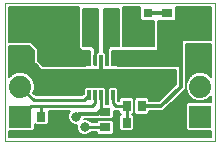
<source format=gtl>
G75*
%MOIN*%
%OFA0B0*%
%FSLAX25Y25*%
%IPPOS*%
%LPD*%
%AMOC8*
5,1,8,0,0,1.08239X$1,22.5*
%
%ADD10C,0.00000*%
%ADD11R,0.03937X0.04331*%
%ADD12R,0.07400X0.07400*%
%ADD13C,0.07400*%
%ADD14R,0.03150X0.03150*%
%ADD15R,0.02756X0.03543*%
%ADD16R,0.03543X0.02756*%
%ADD17R,0.01181X0.03346*%
%ADD18R,0.09843X0.05906*%
%ADD19R,0.03150X0.10630*%
%ADD20C,0.00600*%
%ADD21C,0.01200*%
%ADD22C,0.01000*%
%ADD23C,0.03200*%
D10*
X0009867Y0004167D02*
X0009867Y0049867D01*
X0079788Y0049867D01*
X0079788Y0004167D01*
X0009867Y0004167D01*
D11*
X0025867Y0024320D03*
X0031867Y0024320D03*
X0031867Y0031013D03*
X0025867Y0031013D03*
X0052867Y0031513D03*
X0058867Y0031513D03*
X0058867Y0024820D03*
X0052867Y0024820D03*
D12*
X0074867Y0012167D03*
X0014867Y0012167D03*
D13*
X0014867Y0022167D03*
X0014867Y0032167D03*
X0014867Y0042167D03*
X0074867Y0042167D03*
X0074867Y0032167D03*
X0074867Y0022167D03*
D14*
X0057367Y0040714D03*
X0057367Y0046619D03*
D15*
X0055426Y0015667D03*
X0050308Y0015667D03*
X0050308Y0010167D03*
X0055426Y0010167D03*
X0026926Y0012167D03*
X0021808Y0012167D03*
D16*
X0043167Y0013726D03*
X0043167Y0008608D03*
X0063867Y0041608D03*
X0063867Y0046726D03*
D17*
X0045804Y0030974D03*
X0043835Y0030974D03*
X0041867Y0030974D03*
X0039898Y0030974D03*
X0037930Y0030974D03*
X0037930Y0019360D03*
X0039898Y0019360D03*
X0041867Y0019360D03*
X0043835Y0019360D03*
X0045804Y0019360D03*
D18*
X0041867Y0025167D03*
D19*
X0046197Y0042167D03*
X0037536Y0042167D03*
D20*
X0035867Y0041873D02*
X0040867Y0041873D01*
X0040867Y0042471D02*
X0035867Y0042471D01*
X0035867Y0043070D02*
X0040867Y0043070D01*
X0040867Y0043668D02*
X0035867Y0043668D01*
X0035867Y0044267D02*
X0040867Y0044267D01*
X0040867Y0044865D02*
X0035867Y0044865D01*
X0035867Y0045464D02*
X0040867Y0045464D01*
X0040867Y0046062D02*
X0035867Y0046062D01*
X0035867Y0046661D02*
X0040867Y0046661D01*
X0040867Y0047259D02*
X0035867Y0047259D01*
X0035867Y0047858D02*
X0040867Y0047858D01*
X0040867Y0048167D02*
X0040867Y0033747D01*
X0040820Y0033747D01*
X0040176Y0033103D01*
X0040176Y0031687D01*
X0040167Y0031678D01*
X0040167Y0029219D01*
X0039667Y0029219D01*
X0039667Y0034747D01*
X0038867Y0035547D01*
X0038867Y0035667D01*
X0035867Y0035667D01*
X0035867Y0048167D01*
X0040867Y0048167D01*
X0042867Y0048167D02*
X0042867Y0033747D01*
X0042913Y0033747D01*
X0043557Y0033103D01*
X0043557Y0031687D01*
X0043567Y0031678D01*
X0043567Y0029219D01*
X0043967Y0029219D01*
X0043967Y0034747D01*
X0044787Y0035567D01*
X0044867Y0035567D01*
X0044867Y0035667D01*
X0047867Y0035667D01*
X0047867Y0048167D01*
X0042867Y0048167D01*
X0042867Y0047858D02*
X0047867Y0047858D01*
X0047867Y0047259D02*
X0042867Y0047259D01*
X0042867Y0046661D02*
X0047867Y0046661D01*
X0047867Y0046062D02*
X0042867Y0046062D01*
X0042867Y0045464D02*
X0047867Y0045464D01*
X0047867Y0044865D02*
X0042867Y0044865D01*
X0042867Y0044267D02*
X0047867Y0044267D01*
X0047867Y0043668D02*
X0042867Y0043668D01*
X0042867Y0043070D02*
X0047867Y0043070D01*
X0047867Y0042471D02*
X0042867Y0042471D01*
X0042867Y0041873D02*
X0047867Y0041873D01*
X0047867Y0041274D02*
X0042867Y0041274D01*
X0042867Y0040676D02*
X0047867Y0040676D01*
X0047867Y0040077D02*
X0042867Y0040077D01*
X0042867Y0039479D02*
X0047867Y0039479D01*
X0047867Y0038880D02*
X0042867Y0038880D01*
X0042867Y0038282D02*
X0047867Y0038282D01*
X0047867Y0037683D02*
X0042867Y0037683D01*
X0042867Y0037085D02*
X0047867Y0037085D01*
X0047867Y0036486D02*
X0042867Y0036486D01*
X0042867Y0035888D02*
X0047867Y0035888D01*
X0049267Y0035888D02*
X0059467Y0035888D01*
X0059467Y0035567D02*
X0049267Y0035567D01*
X0049267Y0036247D01*
X0049267Y0048567D01*
X0054692Y0048567D01*
X0054692Y0044589D01*
X0055336Y0043945D01*
X0059397Y0043945D01*
X0059467Y0044014D01*
X0059467Y0035567D01*
X0059467Y0036486D02*
X0049267Y0036486D01*
X0049267Y0037085D02*
X0059467Y0037085D01*
X0059467Y0037683D02*
X0049267Y0037683D01*
X0049267Y0038282D02*
X0059467Y0038282D01*
X0059467Y0038880D02*
X0049267Y0038880D01*
X0049267Y0039479D02*
X0059467Y0039479D01*
X0059467Y0040077D02*
X0049267Y0040077D01*
X0049267Y0040676D02*
X0059467Y0040676D01*
X0059467Y0041274D02*
X0049267Y0041274D01*
X0049267Y0041873D02*
X0059467Y0041873D01*
X0059467Y0042471D02*
X0049267Y0042471D01*
X0049267Y0043070D02*
X0059467Y0043070D01*
X0059467Y0043668D02*
X0049267Y0043668D01*
X0049267Y0044267D02*
X0055014Y0044267D01*
X0054692Y0044865D02*
X0049267Y0044865D01*
X0049267Y0045464D02*
X0054692Y0045464D01*
X0054692Y0046062D02*
X0049267Y0046062D01*
X0049267Y0046661D02*
X0054692Y0046661D01*
X0054692Y0047259D02*
X0049267Y0047259D01*
X0049267Y0047858D02*
X0054692Y0047858D01*
X0054692Y0048456D02*
X0049267Y0048456D01*
X0040867Y0041274D02*
X0035867Y0041274D01*
X0035867Y0040676D02*
X0040867Y0040676D01*
X0040867Y0040077D02*
X0035867Y0040077D01*
X0035867Y0039479D02*
X0040867Y0039479D01*
X0040867Y0038880D02*
X0035867Y0038880D01*
X0035867Y0038282D02*
X0040867Y0038282D01*
X0040867Y0037683D02*
X0035867Y0037683D01*
X0035867Y0037085D02*
X0040867Y0037085D01*
X0040867Y0036486D02*
X0035867Y0036486D01*
X0035867Y0035888D02*
X0040867Y0035888D01*
X0040867Y0035289D02*
X0039124Y0035289D01*
X0039667Y0034691D02*
X0040867Y0034691D01*
X0040867Y0034092D02*
X0039667Y0034092D01*
X0039667Y0033494D02*
X0040567Y0033494D01*
X0040176Y0032895D02*
X0039667Y0032895D01*
X0039667Y0032297D02*
X0040176Y0032297D01*
X0040176Y0031698D02*
X0039667Y0031698D01*
X0039667Y0031100D02*
X0040167Y0031100D01*
X0040167Y0030501D02*
X0039667Y0030501D01*
X0039667Y0029903D02*
X0040167Y0029903D01*
X0040167Y0029304D02*
X0039667Y0029304D01*
X0038208Y0029304D02*
X0022229Y0029304D01*
X0022367Y0029167D02*
X0036437Y0029167D01*
X0036490Y0029219D01*
X0038208Y0029219D01*
X0038208Y0033103D01*
X0038267Y0033162D01*
X0038267Y0034167D01*
X0035367Y0034167D01*
X0034367Y0035167D01*
X0034367Y0048567D01*
X0011167Y0048567D01*
X0011167Y0037167D01*
X0018367Y0037167D01*
X0020867Y0034667D01*
X0020867Y0030667D01*
X0022367Y0029167D01*
X0021631Y0029903D02*
X0038208Y0029903D01*
X0038208Y0030501D02*
X0021032Y0030501D01*
X0020867Y0031100D02*
X0038208Y0031100D01*
X0038208Y0031698D02*
X0020867Y0031698D01*
X0020867Y0032297D02*
X0038208Y0032297D01*
X0038208Y0032895D02*
X0020867Y0032895D01*
X0020867Y0033494D02*
X0038267Y0033494D01*
X0038267Y0034092D02*
X0020867Y0034092D01*
X0020843Y0034691D02*
X0034843Y0034691D01*
X0034367Y0035289D02*
X0020244Y0035289D01*
X0019646Y0035888D02*
X0034367Y0035888D01*
X0034367Y0036486D02*
X0019047Y0036486D01*
X0018449Y0037085D02*
X0034367Y0037085D01*
X0034367Y0037683D02*
X0011167Y0037683D01*
X0011167Y0038282D02*
X0034367Y0038282D01*
X0034367Y0038880D02*
X0011167Y0038880D01*
X0011167Y0039479D02*
X0034367Y0039479D01*
X0034367Y0040077D02*
X0011167Y0040077D01*
X0011167Y0040676D02*
X0034367Y0040676D01*
X0034367Y0041274D02*
X0011167Y0041274D01*
X0011167Y0041873D02*
X0034367Y0041873D01*
X0034367Y0042471D02*
X0011167Y0042471D01*
X0011167Y0043070D02*
X0034367Y0043070D01*
X0034367Y0043668D02*
X0011167Y0043668D01*
X0011167Y0044267D02*
X0034367Y0044267D01*
X0034367Y0044865D02*
X0011167Y0044865D01*
X0011167Y0045464D02*
X0034367Y0045464D01*
X0034367Y0046062D02*
X0011167Y0046062D01*
X0011167Y0046661D02*
X0034367Y0046661D01*
X0034367Y0047259D02*
X0011167Y0047259D01*
X0011167Y0047858D02*
X0034367Y0047858D01*
X0034367Y0048456D02*
X0011167Y0048456D01*
X0011167Y0035767D02*
X0017787Y0035767D01*
X0019467Y0034087D01*
X0019467Y0030087D01*
X0020287Y0029267D01*
X0021787Y0027767D01*
X0023424Y0027767D01*
X0023443Y0027748D01*
X0028291Y0027748D01*
X0028310Y0027767D01*
X0029424Y0027767D01*
X0029443Y0027748D01*
X0034291Y0027748D01*
X0034310Y0027767D01*
X0041447Y0027767D01*
X0041867Y0028187D01*
X0042287Y0027767D01*
X0066667Y0027767D01*
X0066667Y0022871D01*
X0061162Y0017367D01*
X0057904Y0017367D01*
X0057904Y0017894D01*
X0057259Y0018538D01*
X0053592Y0018538D01*
X0052948Y0017894D01*
X0052948Y0013439D01*
X0053592Y0012795D01*
X0057259Y0012795D01*
X0057904Y0013439D01*
X0057904Y0013967D01*
X0062571Y0013967D01*
X0069071Y0020467D01*
X0070067Y0021462D01*
X0070067Y0036267D01*
X0078488Y0036267D01*
X0078488Y0025334D01*
X0077586Y0026236D01*
X0075821Y0026967D01*
X0073912Y0026967D01*
X0072148Y0026236D01*
X0070797Y0024886D01*
X0070067Y0023121D01*
X0070067Y0021212D01*
X0070797Y0019448D01*
X0072148Y0018097D01*
X0073912Y0017367D01*
X0075821Y0017367D01*
X0077586Y0018097D01*
X0078488Y0019000D01*
X0078488Y0016967D01*
X0070711Y0016967D01*
X0070067Y0016322D01*
X0070067Y0008011D01*
X0070711Y0007367D01*
X0078488Y0007367D01*
X0078488Y0005467D01*
X0011167Y0005467D01*
X0011167Y0007367D01*
X0019022Y0007367D01*
X0019667Y0008011D01*
X0019667Y0009602D01*
X0019974Y0009295D01*
X0023641Y0009295D01*
X0024286Y0009939D01*
X0024286Y0014067D01*
X0031448Y0014067D01*
X0031078Y0013696D01*
X0030667Y0012704D01*
X0030667Y0011630D01*
X0031078Y0010637D01*
X0031837Y0009878D01*
X0032830Y0009467D01*
X0033776Y0009467D01*
X0033667Y0009204D01*
X0033667Y0008130D01*
X0034078Y0007137D01*
X0034837Y0006378D01*
X0035830Y0005967D01*
X0036904Y0005967D01*
X0037896Y0006378D01*
X0038523Y0007004D01*
X0039042Y0006989D01*
X0039062Y0007008D01*
X0040295Y0007008D01*
X0040295Y0006774D01*
X0040939Y0006130D01*
X0045394Y0006130D01*
X0046038Y0006774D01*
X0046038Y0010441D01*
X0045394Y0011086D01*
X0040939Y0011086D01*
X0040295Y0010441D01*
X0040295Y0010208D01*
X0038644Y0010208D01*
X0037896Y0010956D01*
X0036904Y0011367D01*
X0035958Y0011367D01*
X0035999Y0011467D01*
X0040720Y0011467D01*
X0040939Y0011248D01*
X0045394Y0011248D01*
X0046038Y0011892D01*
X0046038Y0014167D01*
X0047830Y0014167D01*
X0047830Y0013439D01*
X0048352Y0012917D01*
X0047830Y0012394D01*
X0047830Y0007939D01*
X0048474Y0007295D01*
X0052141Y0007295D01*
X0052786Y0007939D01*
X0052786Y0012394D01*
X0052263Y0012917D01*
X0052786Y0013439D01*
X0052786Y0017894D01*
X0052141Y0018538D01*
X0048474Y0018538D01*
X0047830Y0017894D01*
X0047830Y0017367D01*
X0047494Y0017367D01*
X0047494Y0021488D01*
X0046850Y0022133D01*
X0044757Y0022133D01*
X0044113Y0021488D01*
X0044113Y0017231D01*
X0044204Y0017140D01*
X0044204Y0016204D01*
X0043467Y0016204D01*
X0043467Y0017140D01*
X0043557Y0017231D01*
X0043557Y0021488D01*
X0042913Y0022133D01*
X0036883Y0022133D01*
X0036239Y0021488D01*
X0036239Y0019932D01*
X0035574Y0019267D01*
X0020029Y0019267D01*
X0019203Y0020093D01*
X0019667Y0021212D01*
X0019667Y0023121D01*
X0018936Y0024886D01*
X0017586Y0026236D01*
X0015821Y0026967D01*
X0013912Y0026967D01*
X0012148Y0026236D01*
X0011167Y0025255D01*
X0011167Y0035767D01*
X0011167Y0035289D02*
X0018264Y0035289D01*
X0018863Y0034691D02*
X0011167Y0034691D01*
X0011167Y0034092D02*
X0019461Y0034092D01*
X0019467Y0033494D02*
X0011167Y0033494D01*
X0011167Y0032895D02*
X0019467Y0032895D01*
X0019467Y0032297D02*
X0011167Y0032297D01*
X0011167Y0031698D02*
X0019467Y0031698D01*
X0019467Y0031100D02*
X0011167Y0031100D01*
X0011167Y0030501D02*
X0019467Y0030501D01*
X0019651Y0029903D02*
X0011167Y0029903D01*
X0011167Y0029304D02*
X0020249Y0029304D01*
X0020848Y0028706D02*
X0011167Y0028706D01*
X0011167Y0028107D02*
X0021446Y0028107D01*
X0018108Y0025713D02*
X0066667Y0025713D01*
X0066667Y0025115D02*
X0018707Y0025115D01*
X0019089Y0024516D02*
X0066667Y0024516D01*
X0066667Y0023918D02*
X0019337Y0023918D01*
X0019585Y0023319D02*
X0066667Y0023319D01*
X0066516Y0022721D02*
X0019667Y0022721D01*
X0019667Y0022122D02*
X0036873Y0022122D01*
X0036274Y0021523D02*
X0019667Y0021523D01*
X0019548Y0020925D02*
X0036239Y0020925D01*
X0036239Y0020326D02*
X0019300Y0020326D01*
X0019568Y0019728D02*
X0036035Y0019728D01*
X0042924Y0022122D02*
X0044747Y0022122D01*
X0044148Y0021523D02*
X0043522Y0021523D01*
X0043557Y0020925D02*
X0044113Y0020925D01*
X0044113Y0020326D02*
X0043557Y0020326D01*
X0043557Y0019728D02*
X0044113Y0019728D01*
X0044113Y0019129D02*
X0043557Y0019129D01*
X0043557Y0018531D02*
X0044113Y0018531D01*
X0044113Y0017932D02*
X0043557Y0017932D01*
X0043557Y0017334D02*
X0044113Y0017334D01*
X0044204Y0016735D02*
X0043467Y0016735D01*
X0047494Y0017932D02*
X0047868Y0017932D01*
X0047494Y0018531D02*
X0048467Y0018531D01*
X0047494Y0019129D02*
X0062925Y0019129D01*
X0062327Y0018531D02*
X0057267Y0018531D01*
X0057865Y0017932D02*
X0061728Y0017932D01*
X0064741Y0016137D02*
X0070067Y0016137D01*
X0070067Y0015538D02*
X0064143Y0015538D01*
X0063544Y0014940D02*
X0070067Y0014940D01*
X0070067Y0014341D02*
X0062946Y0014341D01*
X0065340Y0016735D02*
X0070480Y0016735D01*
X0072546Y0017932D02*
X0066537Y0017932D01*
X0065938Y0017334D02*
X0078488Y0017334D01*
X0078488Y0017932D02*
X0077187Y0017932D01*
X0078019Y0018531D02*
X0078488Y0018531D01*
X0071714Y0018531D02*
X0067135Y0018531D01*
X0067734Y0019129D02*
X0071116Y0019129D01*
X0070681Y0019728D02*
X0068332Y0019728D01*
X0068931Y0020326D02*
X0070433Y0020326D01*
X0070185Y0020925D02*
X0069529Y0020925D01*
X0070067Y0021523D02*
X0070067Y0021523D01*
X0070067Y0022122D02*
X0070067Y0022122D01*
X0070067Y0022721D02*
X0070067Y0022721D01*
X0070067Y0023319D02*
X0070149Y0023319D01*
X0070067Y0023918D02*
X0070396Y0023918D01*
X0070644Y0024516D02*
X0070067Y0024516D01*
X0070067Y0025115D02*
X0071026Y0025115D01*
X0071625Y0025713D02*
X0070067Y0025713D01*
X0070067Y0026312D02*
X0072330Y0026312D01*
X0073775Y0026910D02*
X0070067Y0026910D01*
X0070067Y0027509D02*
X0078488Y0027509D01*
X0078488Y0028107D02*
X0070067Y0028107D01*
X0070067Y0028706D02*
X0078488Y0028706D01*
X0078488Y0029304D02*
X0070067Y0029304D01*
X0070067Y0029903D02*
X0078488Y0029903D01*
X0078488Y0030501D02*
X0070067Y0030501D01*
X0070067Y0031100D02*
X0078488Y0031100D01*
X0078488Y0031698D02*
X0070067Y0031698D01*
X0070067Y0032297D02*
X0078488Y0032297D01*
X0078488Y0032895D02*
X0070067Y0032895D01*
X0070067Y0033494D02*
X0078488Y0033494D01*
X0078488Y0034092D02*
X0070067Y0034092D01*
X0070067Y0034691D02*
X0078488Y0034691D01*
X0078488Y0035289D02*
X0070067Y0035289D01*
X0070067Y0035888D02*
X0078488Y0035888D01*
X0078488Y0037667D02*
X0068667Y0037667D01*
X0068667Y0029167D01*
X0047296Y0029167D01*
X0047244Y0029219D01*
X0045526Y0029219D01*
X0045526Y0033103D01*
X0045367Y0033262D01*
X0045367Y0034167D01*
X0060867Y0034167D01*
X0060867Y0044167D01*
X0066867Y0044167D01*
X0066867Y0048567D01*
X0078488Y0048567D01*
X0078488Y0037667D01*
X0078488Y0037683D02*
X0060867Y0037683D01*
X0060867Y0037085D02*
X0068667Y0037085D01*
X0068667Y0036486D02*
X0060867Y0036486D01*
X0060867Y0035888D02*
X0068667Y0035888D01*
X0068667Y0035289D02*
X0060867Y0035289D01*
X0060867Y0034691D02*
X0068667Y0034691D01*
X0068667Y0034092D02*
X0045367Y0034092D01*
X0045367Y0033494D02*
X0068667Y0033494D01*
X0068667Y0032895D02*
X0045526Y0032895D01*
X0045526Y0032297D02*
X0068667Y0032297D01*
X0068667Y0031698D02*
X0045526Y0031698D01*
X0045526Y0031100D02*
X0068667Y0031100D01*
X0068667Y0030501D02*
X0045526Y0030501D01*
X0045526Y0029903D02*
X0068667Y0029903D01*
X0068667Y0029304D02*
X0045526Y0029304D01*
X0043967Y0029304D02*
X0043567Y0029304D01*
X0043567Y0029903D02*
X0043967Y0029903D01*
X0043967Y0030501D02*
X0043567Y0030501D01*
X0043567Y0031100D02*
X0043967Y0031100D01*
X0043967Y0031698D02*
X0043557Y0031698D01*
X0043557Y0032297D02*
X0043967Y0032297D01*
X0043967Y0032895D02*
X0043557Y0032895D01*
X0043166Y0033494D02*
X0043967Y0033494D01*
X0043967Y0034092D02*
X0042867Y0034092D01*
X0042867Y0034691D02*
X0043967Y0034691D01*
X0044509Y0035289D02*
X0042867Y0035289D01*
X0041946Y0028107D02*
X0041787Y0028107D01*
X0046861Y0022122D02*
X0065918Y0022122D01*
X0065319Y0021523D02*
X0047459Y0021523D01*
X0047494Y0020925D02*
X0064721Y0020925D01*
X0064122Y0020326D02*
X0047494Y0020326D01*
X0047494Y0019728D02*
X0063524Y0019728D01*
X0057904Y0013743D02*
X0070067Y0013743D01*
X0070067Y0013144D02*
X0057609Y0013144D01*
X0053243Y0013144D02*
X0052491Y0013144D01*
X0052634Y0012546D02*
X0070067Y0012546D01*
X0070067Y0011947D02*
X0052786Y0011947D01*
X0052786Y0011349D02*
X0070067Y0011349D01*
X0070067Y0010750D02*
X0052786Y0010750D01*
X0052786Y0010152D02*
X0070067Y0010152D01*
X0070067Y0009553D02*
X0052786Y0009553D01*
X0052786Y0008955D02*
X0070067Y0008955D01*
X0070067Y0008356D02*
X0052786Y0008356D01*
X0052604Y0007758D02*
X0070320Y0007758D01*
X0078488Y0007159D02*
X0046038Y0007159D01*
X0045825Y0006561D02*
X0078488Y0006561D01*
X0078488Y0005962D02*
X0011167Y0005962D01*
X0011167Y0006561D02*
X0034654Y0006561D01*
X0034069Y0007159D02*
X0011167Y0007159D01*
X0019413Y0007758D02*
X0033821Y0007758D01*
X0033667Y0008356D02*
X0019667Y0008356D01*
X0019667Y0008955D02*
X0033667Y0008955D01*
X0032621Y0009553D02*
X0023899Y0009553D01*
X0024286Y0010152D02*
X0031563Y0010152D01*
X0031031Y0010750D02*
X0024286Y0010750D01*
X0024286Y0011349D02*
X0030783Y0011349D01*
X0030667Y0011947D02*
X0024286Y0011947D01*
X0024286Y0012546D02*
X0030667Y0012546D01*
X0030849Y0013144D02*
X0024286Y0013144D01*
X0024286Y0013743D02*
X0031124Y0013743D01*
X0036947Y0011349D02*
X0040838Y0011349D01*
X0040604Y0010750D02*
X0038101Y0010750D01*
X0038079Y0006561D02*
X0040508Y0006561D01*
X0046038Y0007758D02*
X0048011Y0007758D01*
X0047830Y0008356D02*
X0046038Y0008356D01*
X0046038Y0008955D02*
X0047830Y0008955D01*
X0047830Y0009553D02*
X0046038Y0009553D01*
X0046038Y0010152D02*
X0047830Y0010152D01*
X0047830Y0010750D02*
X0045729Y0010750D01*
X0045495Y0011349D02*
X0047830Y0011349D01*
X0047830Y0011947D02*
X0046038Y0011947D01*
X0046038Y0012546D02*
X0047982Y0012546D01*
X0048125Y0013144D02*
X0046038Y0013144D01*
X0046038Y0013743D02*
X0047830Y0013743D01*
X0052786Y0013743D02*
X0052948Y0013743D01*
X0052948Y0014341D02*
X0052786Y0014341D01*
X0052786Y0014940D02*
X0052948Y0014940D01*
X0052948Y0015538D02*
X0052786Y0015538D01*
X0052786Y0016137D02*
X0052948Y0016137D01*
X0052948Y0016735D02*
X0052786Y0016735D01*
X0052786Y0017334D02*
X0052948Y0017334D01*
X0052986Y0017932D02*
X0052747Y0017932D01*
X0052149Y0018531D02*
X0053585Y0018531D01*
X0066667Y0026312D02*
X0017403Y0026312D01*
X0015958Y0026910D02*
X0066667Y0026910D01*
X0066667Y0027509D02*
X0011167Y0027509D01*
X0011167Y0026910D02*
X0013775Y0026910D01*
X0012330Y0026312D02*
X0011167Y0026312D01*
X0011167Y0025713D02*
X0011625Y0025713D01*
X0019667Y0009553D02*
X0019716Y0009553D01*
X0060867Y0038282D02*
X0078488Y0038282D01*
X0078488Y0038880D02*
X0060867Y0038880D01*
X0060867Y0039479D02*
X0078488Y0039479D01*
X0078488Y0040077D02*
X0060867Y0040077D01*
X0060867Y0040676D02*
X0078488Y0040676D01*
X0078488Y0041274D02*
X0060867Y0041274D01*
X0060867Y0041873D02*
X0078488Y0041873D01*
X0078488Y0042471D02*
X0060867Y0042471D01*
X0060867Y0043070D02*
X0078488Y0043070D01*
X0078488Y0043668D02*
X0060867Y0043668D01*
X0066867Y0044267D02*
X0078488Y0044267D01*
X0078488Y0044865D02*
X0066867Y0044865D01*
X0066867Y0045464D02*
X0078488Y0045464D01*
X0078488Y0046062D02*
X0066867Y0046062D01*
X0066867Y0046661D02*
X0078488Y0046661D01*
X0078488Y0047259D02*
X0066867Y0047259D01*
X0066867Y0047858D02*
X0078488Y0047858D01*
X0078488Y0048456D02*
X0066867Y0048456D01*
X0075958Y0026910D02*
X0078488Y0026910D01*
X0078488Y0026312D02*
X0077403Y0026312D01*
X0078108Y0025713D02*
X0078488Y0025713D01*
D21*
X0068367Y0022167D02*
X0068367Y0029667D01*
X0068367Y0022167D02*
X0061867Y0015667D01*
X0055426Y0015667D01*
X0041867Y0014226D02*
X0040808Y0013167D01*
X0034367Y0013167D01*
X0033367Y0012167D01*
X0041867Y0025167D02*
X0041867Y0030974D01*
X0057367Y0046619D02*
X0063760Y0046619D01*
X0063867Y0046726D01*
D22*
X0045804Y0019360D02*
X0045804Y0016630D01*
X0046667Y0015767D01*
X0050208Y0015767D01*
X0050308Y0015667D01*
X0050308Y0010167D01*
X0043167Y0008608D02*
X0038426Y0008608D01*
X0036367Y0008667D01*
X0041867Y0014226D02*
X0043167Y0013726D01*
X0041867Y0014226D02*
X0041867Y0019360D01*
X0039898Y0019360D02*
X0039898Y0016698D01*
X0038867Y0015667D01*
X0021367Y0015667D01*
X0021808Y0015226D01*
X0021808Y0012167D01*
X0021367Y0015667D02*
X0018367Y0015667D01*
X0014867Y0012167D01*
X0019367Y0017667D02*
X0014867Y0022167D01*
X0019367Y0017667D02*
X0036237Y0017667D01*
X0037930Y0019360D01*
D23*
X0032867Y0021167D03*
X0028867Y0021167D03*
X0024867Y0021167D03*
X0033367Y0012167D03*
X0036367Y0008667D03*
X0027367Y0007167D03*
X0022867Y0007167D03*
X0048867Y0024167D03*
X0051867Y0021167D03*
X0055867Y0021167D03*
X0059867Y0021167D03*
X0062867Y0024167D03*
X0059367Y0012167D03*
X0059367Y0008167D03*
X0063767Y0008167D03*
X0068167Y0008167D03*
X0057367Y0037667D03*
X0051367Y0037667D03*
X0051367Y0041667D03*
X0051367Y0045667D03*
M02*

</source>
